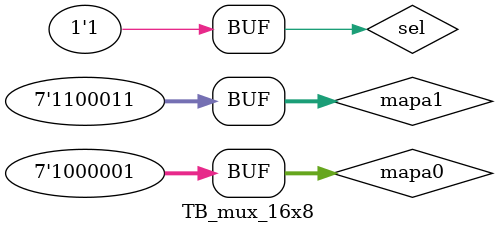
<source format=v>
module mux_16x8(
  mapa0, mapa1,
  sel,
  out
);
  input [6:0] mapa0, mapa1;
  input  sel;
  output [6:0] out;

  mux_2x1 mux0(mapa0[0], mapa1[0], sel, out[0]);
  mux_2x1 mux1(mapa0[1], mapa1[1], sel, out[1]);
  mux_2x1 mux2(mapa0[2], mapa1[2], sel, out[2]);
  mux_2x1 mux3(mapa0[3], mapa1[3], sel, out[3]);
  mux_2x1 mux4(mapa0[4], mapa1[4], sel, out[4]);
  mux_2x1 mux5(mapa0[5], mapa1[5], sel, out[5]);
  mux_2x1 mux6(mapa0[6], mapa1[6], sel, out[6]);
endmodule

module TB_mux_16x8();
  reg sel;
  reg [6:0] mapa0, mapa1;
  wire [6:0] out;

  mux_16x8 mux_16x8(mapa0, mapa1, sel, out);

  initial begin
    mapa0 = 7'b1000001;
    mapa1 = 7'b1100011;

    sel = 0; #10; // out = 1000001
    sel = 1; #10; // out = 1100011
  end
endmodule
</source>
